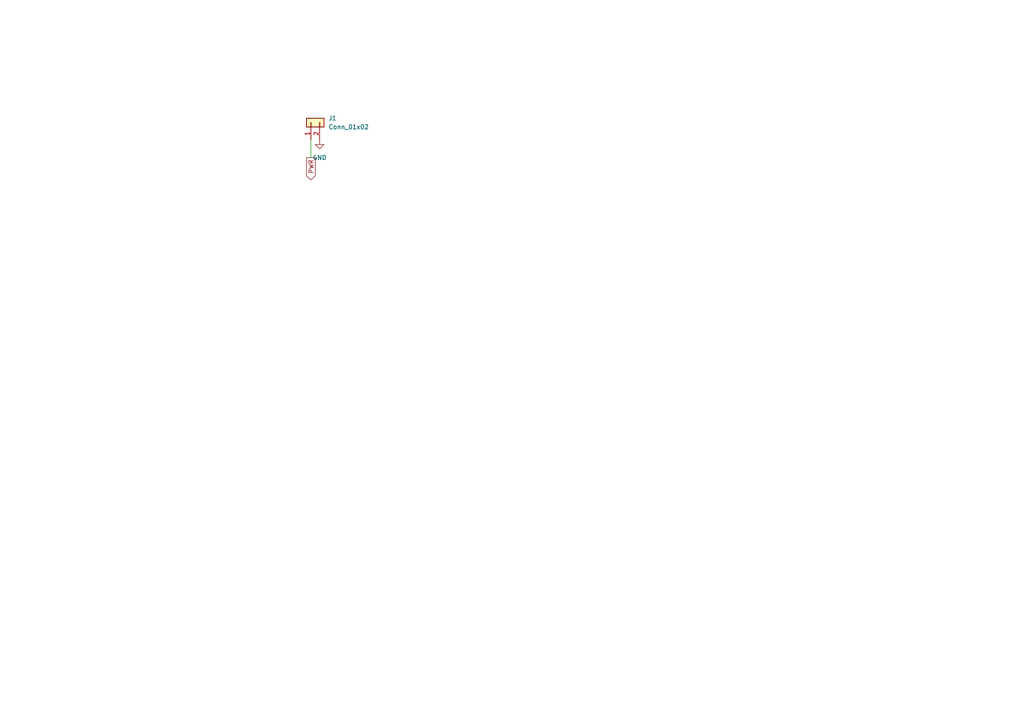
<source format=kicad_sch>
(kicad_sch (version 20211123) (generator eeschema)

  (uuid 890ba0e7-9306-4b1e-bb5c-0060abc2522d)

  (paper "A4")

  (title_block
    (title "Entradas_bateria")
    (date "2023-06-17")
    (company "UC3M")
    (comment 1 "Pines de entrada para la batería.")
  )

  (lib_symbols
    (symbol "Connector_Generic:Conn_01x02" (pin_names (offset 1.016) hide) (in_bom yes) (on_board yes)
      (property "Reference" "J" (id 0) (at 0 2.54 0)
        (effects (font (size 1.27 1.27)))
      )
      (property "Value" "Conn_01x02" (id 1) (at 0 -5.08 0)
        (effects (font (size 1.27 1.27)))
      )
      (property "Footprint" "" (id 2) (at 0 0 0)
        (effects (font (size 1.27 1.27)) hide)
      )
      (property "Datasheet" "~" (id 3) (at 0 0 0)
        (effects (font (size 1.27 1.27)) hide)
      )
      (property "ki_keywords" "connector" (id 4) (at 0 0 0)
        (effects (font (size 1.27 1.27)) hide)
      )
      (property "ki_description" "Generic connector, single row, 01x02, script generated (kicad-library-utils/schlib/autogen/connector/)" (id 5) (at 0 0 0)
        (effects (font (size 1.27 1.27)) hide)
      )
      (property "ki_fp_filters" "Connector*:*_1x??_*" (id 6) (at 0 0 0)
        (effects (font (size 1.27 1.27)) hide)
      )
      (symbol "Conn_01x02_1_1"
        (rectangle (start -1.27 -2.413) (end 0 -2.667)
          (stroke (width 0.1524) (type default) (color 0 0 0 0))
          (fill (type none))
        )
        (rectangle (start -1.27 0.127) (end 0 -0.127)
          (stroke (width 0.1524) (type default) (color 0 0 0 0))
          (fill (type none))
        )
        (rectangle (start -1.27 1.27) (end 1.27 -3.81)
          (stroke (width 0.254) (type default) (color 0 0 0 0))
          (fill (type background))
        )
        (pin passive line (at -5.08 0 0) (length 3.81)
          (name "Pin_1" (effects (font (size 1.27 1.27))))
          (number "1" (effects (font (size 1.27 1.27))))
        )
        (pin passive line (at -5.08 -2.54 0) (length 3.81)
          (name "Pin_2" (effects (font (size 1.27 1.27))))
          (number "2" (effects (font (size 1.27 1.27))))
        )
      )
    )
    (symbol "power:GND" (power) (pin_names (offset 0)) (in_bom yes) (on_board yes)
      (property "Reference" "#PWR" (id 0) (at 0 -6.35 0)
        (effects (font (size 1.27 1.27)) hide)
      )
      (property "Value" "GND" (id 1) (at 0 -3.81 0)
        (effects (font (size 1.27 1.27)))
      )
      (property "Footprint" "" (id 2) (at 0 0 0)
        (effects (font (size 1.27 1.27)) hide)
      )
      (property "Datasheet" "" (id 3) (at 0 0 0)
        (effects (font (size 1.27 1.27)) hide)
      )
      (property "ki_keywords" "power-flag" (id 4) (at 0 0 0)
        (effects (font (size 1.27 1.27)) hide)
      )
      (property "ki_description" "Power symbol creates a global label with name \"GND\" , ground" (id 5) (at 0 0 0)
        (effects (font (size 1.27 1.27)) hide)
      )
      (symbol "GND_0_1"
        (polyline
          (pts
            (xy 0 0)
            (xy 0 -1.27)
            (xy 1.27 -1.27)
            (xy 0 -2.54)
            (xy -1.27 -1.27)
            (xy 0 -1.27)
          )
          (stroke (width 0) (type default) (color 0 0 0 0))
          (fill (type none))
        )
      )
      (symbol "GND_1_1"
        (pin power_in line (at 0 0 270) (length 0) hide
          (name "GND" (effects (font (size 1.27 1.27))))
          (number "1" (effects (font (size 1.27 1.27))))
        )
      )
    )
  )


  (wire (pts (xy 90.17 45.72) (xy 90.17 40.64))
    (stroke (width 0) (type default) (color 0 0 0 0))
    (uuid e6afd31b-dc57-4d14-a99f-a40cba028130)
  )

  (global_label "PWR" (shape output) (at 90.17 45.72 270) (fields_autoplaced)
    (effects (font (size 1.27 1.27)) (justify right))
    (uuid d17ef814-647b-47e0-9649-67aeb3987250)
    (property "Intersheet References" "${INTERSHEET_REFS}" (id 0) (at 90.0906 52.1245 90)
      (effects (font (size 1.27 1.27)) (justify right) hide)
    )
  )

  (symbol (lib_id "power:GND") (at 92.71 40.64 0) (unit 1)
    (in_bom yes) (on_board yes) (fields_autoplaced)
    (uuid 0b28a2dc-3caf-425f-a171-b8cc475f4636)
    (property "Reference" "#PWR0101" (id 0) (at 92.71 46.99 0)
      (effects (font (size 1.27 1.27)) hide)
    )
    (property "Value" "GND" (id 1) (at 92.71 45.72 0))
    (property "Footprint" "" (id 2) (at 92.71 40.64 0)
      (effects (font (size 1.27 1.27)) hide)
    )
    (property "Datasheet" "" (id 3) (at 92.71 40.64 0)
      (effects (font (size 1.27 1.27)) hide)
    )
    (pin "1" (uuid 0674c635-f27e-40ab-ae97-8ce92ddacb71))
  )

  (symbol (lib_id "Connector_Generic:Conn_01x02") (at 90.17 35.56 90) (unit 1)
    (in_bom yes) (on_board yes) (fields_autoplaced)
    (uuid 7c3263bd-5d7d-4de7-a38c-f59b82a4df91)
    (property "Reference" "J1" (id 0) (at 95.25 34.2899 90)
      (effects (font (size 1.27 1.27)) (justify right))
    )
    (property "Value" "Conn_01x02" (id 1) (at 95.25 36.8299 90)
      (effects (font (size 1.27 1.27)) (justify right))
    )
    (property "Footprint" "Connector_PinHeader_2.54mm:PinHeader_1x02_P2.54mm_Vertical" (id 2) (at 90.17 35.56 0)
      (effects (font (size 1.27 1.27)) hide)
    )
    (property "Datasheet" "~" (id 3) (at 90.17 35.56 0)
      (effects (font (size 1.27 1.27)) hide)
    )
    (pin "1" (uuid 07b1bab4-f286-4d0d-97cd-01dd1d750994))
    (pin "2" (uuid 0e383b77-6177-41c3-80ed-bc17829e46da))
  )
)

</source>
